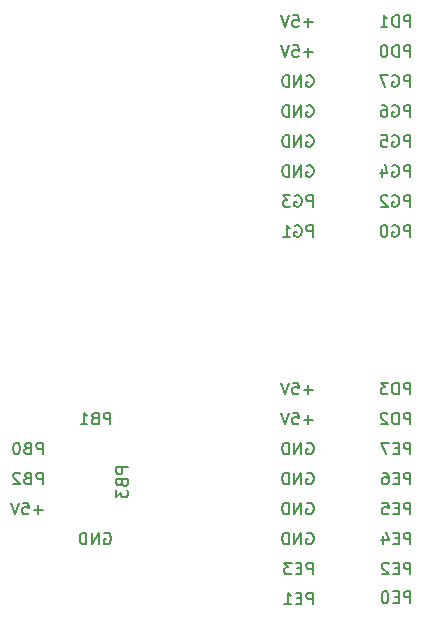
<source format=gbr>
%TF.GenerationSoftware,KiCad,Pcbnew,8.0.1*%
%TF.CreationDate,2024-04-20T11:28:48-04:00*%
%TF.ProjectId,Bridge_Controller,42726964-6765-45f4-936f-6e74726f6c6c,v1.0*%
%TF.SameCoordinates,Original*%
%TF.FileFunction,Legend,Bot*%
%TF.FilePolarity,Positive*%
%FSLAX46Y46*%
G04 Gerber Fmt 4.6, Leading zero omitted, Abs format (unit mm)*
G04 Created by KiCad (PCBNEW 8.0.1) date 2024-04-20 11:28:48*
%MOMM*%
%LPD*%
G01*
G04 APERTURE LIST*
%ADD10C,0.150000*%
G04 APERTURE END LIST*
D10*
X79673220Y-60194819D02*
X79673220Y-59194819D01*
X79673220Y-59194819D02*
X79292268Y-59194819D01*
X79292268Y-59194819D02*
X79197030Y-59242438D01*
X79197030Y-59242438D02*
X79149411Y-59290057D01*
X79149411Y-59290057D02*
X79101792Y-59385295D01*
X79101792Y-59385295D02*
X79101792Y-59528152D01*
X79101792Y-59528152D02*
X79149411Y-59623390D01*
X79149411Y-59623390D02*
X79197030Y-59671009D01*
X79197030Y-59671009D02*
X79292268Y-59718628D01*
X79292268Y-59718628D02*
X79673220Y-59718628D01*
X78673220Y-60194819D02*
X78673220Y-59194819D01*
X78673220Y-59194819D02*
X78435125Y-59194819D01*
X78435125Y-59194819D02*
X78292268Y-59242438D01*
X78292268Y-59242438D02*
X78197030Y-59337676D01*
X78197030Y-59337676D02*
X78149411Y-59432914D01*
X78149411Y-59432914D02*
X78101792Y-59623390D01*
X78101792Y-59623390D02*
X78101792Y-59766247D01*
X78101792Y-59766247D02*
X78149411Y-59956723D01*
X78149411Y-59956723D02*
X78197030Y-60051961D01*
X78197030Y-60051961D02*
X78292268Y-60147200D01*
X78292268Y-60147200D02*
X78435125Y-60194819D01*
X78435125Y-60194819D02*
X78673220Y-60194819D01*
X77768458Y-59194819D02*
X77149411Y-59194819D01*
X77149411Y-59194819D02*
X77482744Y-59575771D01*
X77482744Y-59575771D02*
X77339887Y-59575771D01*
X77339887Y-59575771D02*
X77244649Y-59623390D01*
X77244649Y-59623390D02*
X77197030Y-59671009D01*
X77197030Y-59671009D02*
X77149411Y-59766247D01*
X77149411Y-59766247D02*
X77149411Y-60004342D01*
X77149411Y-60004342D02*
X77197030Y-60099580D01*
X77197030Y-60099580D02*
X77244649Y-60147200D01*
X77244649Y-60147200D02*
X77339887Y-60194819D01*
X77339887Y-60194819D02*
X77625601Y-60194819D01*
X77625601Y-60194819D02*
X77720839Y-60147200D01*
X77720839Y-60147200D02*
X77768458Y-60099580D01*
X71418220Y-59813866D02*
X70656316Y-59813866D01*
X71037268Y-60194819D02*
X71037268Y-59432914D01*
X69703935Y-59194819D02*
X70180125Y-59194819D01*
X70180125Y-59194819D02*
X70227744Y-59671009D01*
X70227744Y-59671009D02*
X70180125Y-59623390D01*
X70180125Y-59623390D02*
X70084887Y-59575771D01*
X70084887Y-59575771D02*
X69846792Y-59575771D01*
X69846792Y-59575771D02*
X69751554Y-59623390D01*
X69751554Y-59623390D02*
X69703935Y-59671009D01*
X69703935Y-59671009D02*
X69656316Y-59766247D01*
X69656316Y-59766247D02*
X69656316Y-60004342D01*
X69656316Y-60004342D02*
X69703935Y-60099580D01*
X69703935Y-60099580D02*
X69751554Y-60147200D01*
X69751554Y-60147200D02*
X69846792Y-60194819D01*
X69846792Y-60194819D02*
X70084887Y-60194819D01*
X70084887Y-60194819D02*
X70180125Y-60147200D01*
X70180125Y-60147200D02*
X70227744Y-60099580D01*
X69370601Y-59194819D02*
X69037268Y-60194819D01*
X69037268Y-60194819D02*
X68703935Y-59194819D01*
X79673220Y-65274819D02*
X79673220Y-64274819D01*
X79673220Y-64274819D02*
X79292268Y-64274819D01*
X79292268Y-64274819D02*
X79197030Y-64322438D01*
X79197030Y-64322438D02*
X79149411Y-64370057D01*
X79149411Y-64370057D02*
X79101792Y-64465295D01*
X79101792Y-64465295D02*
X79101792Y-64608152D01*
X79101792Y-64608152D02*
X79149411Y-64703390D01*
X79149411Y-64703390D02*
X79197030Y-64751009D01*
X79197030Y-64751009D02*
X79292268Y-64798628D01*
X79292268Y-64798628D02*
X79673220Y-64798628D01*
X78673220Y-64751009D02*
X78339887Y-64751009D01*
X78197030Y-65274819D02*
X78673220Y-65274819D01*
X78673220Y-65274819D02*
X78673220Y-64274819D01*
X78673220Y-64274819D02*
X78197030Y-64274819D01*
X77863696Y-64274819D02*
X77197030Y-64274819D01*
X77197030Y-64274819D02*
X77625601Y-65274819D01*
X71418220Y-46859819D02*
X71418220Y-45859819D01*
X71418220Y-45859819D02*
X71037268Y-45859819D01*
X71037268Y-45859819D02*
X70942030Y-45907438D01*
X70942030Y-45907438D02*
X70894411Y-45955057D01*
X70894411Y-45955057D02*
X70846792Y-46050295D01*
X70846792Y-46050295D02*
X70846792Y-46193152D01*
X70846792Y-46193152D02*
X70894411Y-46288390D01*
X70894411Y-46288390D02*
X70942030Y-46336009D01*
X70942030Y-46336009D02*
X71037268Y-46383628D01*
X71037268Y-46383628D02*
X71418220Y-46383628D01*
X69894411Y-45907438D02*
X69989649Y-45859819D01*
X69989649Y-45859819D02*
X70132506Y-45859819D01*
X70132506Y-45859819D02*
X70275363Y-45907438D01*
X70275363Y-45907438D02*
X70370601Y-46002676D01*
X70370601Y-46002676D02*
X70418220Y-46097914D01*
X70418220Y-46097914D02*
X70465839Y-46288390D01*
X70465839Y-46288390D02*
X70465839Y-46431247D01*
X70465839Y-46431247D02*
X70418220Y-46621723D01*
X70418220Y-46621723D02*
X70370601Y-46716961D01*
X70370601Y-46716961D02*
X70275363Y-46812200D01*
X70275363Y-46812200D02*
X70132506Y-46859819D01*
X70132506Y-46859819D02*
X70037268Y-46859819D01*
X70037268Y-46859819D02*
X69894411Y-46812200D01*
X69894411Y-46812200D02*
X69846792Y-46764580D01*
X69846792Y-46764580D02*
X69846792Y-46431247D01*
X69846792Y-46431247D02*
X70037268Y-46431247D01*
X68894411Y-46859819D02*
X69465839Y-46859819D01*
X69180125Y-46859819D02*
X69180125Y-45859819D01*
X69180125Y-45859819D02*
X69275363Y-46002676D01*
X69275363Y-46002676D02*
X69370601Y-46097914D01*
X69370601Y-46097914D02*
X69465839Y-46145533D01*
X79673220Y-62734819D02*
X79673220Y-61734819D01*
X79673220Y-61734819D02*
X79292268Y-61734819D01*
X79292268Y-61734819D02*
X79197030Y-61782438D01*
X79197030Y-61782438D02*
X79149411Y-61830057D01*
X79149411Y-61830057D02*
X79101792Y-61925295D01*
X79101792Y-61925295D02*
X79101792Y-62068152D01*
X79101792Y-62068152D02*
X79149411Y-62163390D01*
X79149411Y-62163390D02*
X79197030Y-62211009D01*
X79197030Y-62211009D02*
X79292268Y-62258628D01*
X79292268Y-62258628D02*
X79673220Y-62258628D01*
X78673220Y-62734819D02*
X78673220Y-61734819D01*
X78673220Y-61734819D02*
X78435125Y-61734819D01*
X78435125Y-61734819D02*
X78292268Y-61782438D01*
X78292268Y-61782438D02*
X78197030Y-61877676D01*
X78197030Y-61877676D02*
X78149411Y-61972914D01*
X78149411Y-61972914D02*
X78101792Y-62163390D01*
X78101792Y-62163390D02*
X78101792Y-62306247D01*
X78101792Y-62306247D02*
X78149411Y-62496723D01*
X78149411Y-62496723D02*
X78197030Y-62591961D01*
X78197030Y-62591961D02*
X78292268Y-62687200D01*
X78292268Y-62687200D02*
X78435125Y-62734819D01*
X78435125Y-62734819D02*
X78673220Y-62734819D01*
X77720839Y-61830057D02*
X77673220Y-61782438D01*
X77673220Y-61782438D02*
X77577982Y-61734819D01*
X77577982Y-61734819D02*
X77339887Y-61734819D01*
X77339887Y-61734819D02*
X77244649Y-61782438D01*
X77244649Y-61782438D02*
X77197030Y-61830057D01*
X77197030Y-61830057D02*
X77149411Y-61925295D01*
X77149411Y-61925295D02*
X77149411Y-62020533D01*
X77149411Y-62020533D02*
X77197030Y-62163390D01*
X77197030Y-62163390D02*
X77768458Y-62734819D01*
X77768458Y-62734819D02*
X77149411Y-62734819D01*
X54273220Y-62734819D02*
X54273220Y-61734819D01*
X54273220Y-61734819D02*
X53892268Y-61734819D01*
X53892268Y-61734819D02*
X53797030Y-61782438D01*
X53797030Y-61782438D02*
X53749411Y-61830057D01*
X53749411Y-61830057D02*
X53701792Y-61925295D01*
X53701792Y-61925295D02*
X53701792Y-62068152D01*
X53701792Y-62068152D02*
X53749411Y-62163390D01*
X53749411Y-62163390D02*
X53797030Y-62211009D01*
X53797030Y-62211009D02*
X53892268Y-62258628D01*
X53892268Y-62258628D02*
X54273220Y-62258628D01*
X52939887Y-62211009D02*
X52797030Y-62258628D01*
X52797030Y-62258628D02*
X52749411Y-62306247D01*
X52749411Y-62306247D02*
X52701792Y-62401485D01*
X52701792Y-62401485D02*
X52701792Y-62544342D01*
X52701792Y-62544342D02*
X52749411Y-62639580D01*
X52749411Y-62639580D02*
X52797030Y-62687200D01*
X52797030Y-62687200D02*
X52892268Y-62734819D01*
X52892268Y-62734819D02*
X53273220Y-62734819D01*
X53273220Y-62734819D02*
X53273220Y-61734819D01*
X53273220Y-61734819D02*
X52939887Y-61734819D01*
X52939887Y-61734819D02*
X52844649Y-61782438D01*
X52844649Y-61782438D02*
X52797030Y-61830057D01*
X52797030Y-61830057D02*
X52749411Y-61925295D01*
X52749411Y-61925295D02*
X52749411Y-62020533D01*
X52749411Y-62020533D02*
X52797030Y-62115771D01*
X52797030Y-62115771D02*
X52844649Y-62163390D01*
X52844649Y-62163390D02*
X52939887Y-62211009D01*
X52939887Y-62211009D02*
X53273220Y-62211009D01*
X51749411Y-62734819D02*
X52320839Y-62734819D01*
X52035125Y-62734819D02*
X52035125Y-61734819D01*
X52035125Y-61734819D02*
X52130363Y-61877676D01*
X52130363Y-61877676D02*
X52225601Y-61972914D01*
X52225601Y-61972914D02*
X52320839Y-62020533D01*
X79673220Y-44319819D02*
X79673220Y-43319819D01*
X79673220Y-43319819D02*
X79292268Y-43319819D01*
X79292268Y-43319819D02*
X79197030Y-43367438D01*
X79197030Y-43367438D02*
X79149411Y-43415057D01*
X79149411Y-43415057D02*
X79101792Y-43510295D01*
X79101792Y-43510295D02*
X79101792Y-43653152D01*
X79101792Y-43653152D02*
X79149411Y-43748390D01*
X79149411Y-43748390D02*
X79197030Y-43796009D01*
X79197030Y-43796009D02*
X79292268Y-43843628D01*
X79292268Y-43843628D02*
X79673220Y-43843628D01*
X78149411Y-43367438D02*
X78244649Y-43319819D01*
X78244649Y-43319819D02*
X78387506Y-43319819D01*
X78387506Y-43319819D02*
X78530363Y-43367438D01*
X78530363Y-43367438D02*
X78625601Y-43462676D01*
X78625601Y-43462676D02*
X78673220Y-43557914D01*
X78673220Y-43557914D02*
X78720839Y-43748390D01*
X78720839Y-43748390D02*
X78720839Y-43891247D01*
X78720839Y-43891247D02*
X78673220Y-44081723D01*
X78673220Y-44081723D02*
X78625601Y-44176961D01*
X78625601Y-44176961D02*
X78530363Y-44272200D01*
X78530363Y-44272200D02*
X78387506Y-44319819D01*
X78387506Y-44319819D02*
X78292268Y-44319819D01*
X78292268Y-44319819D02*
X78149411Y-44272200D01*
X78149411Y-44272200D02*
X78101792Y-44224580D01*
X78101792Y-44224580D02*
X78101792Y-43891247D01*
X78101792Y-43891247D02*
X78292268Y-43891247D01*
X77720839Y-43415057D02*
X77673220Y-43367438D01*
X77673220Y-43367438D02*
X77577982Y-43319819D01*
X77577982Y-43319819D02*
X77339887Y-43319819D01*
X77339887Y-43319819D02*
X77244649Y-43367438D01*
X77244649Y-43367438D02*
X77197030Y-43415057D01*
X77197030Y-43415057D02*
X77149411Y-43510295D01*
X77149411Y-43510295D02*
X77149411Y-43605533D01*
X77149411Y-43605533D02*
X77197030Y-43748390D01*
X77197030Y-43748390D02*
X77768458Y-44319819D01*
X77768458Y-44319819D02*
X77149411Y-44319819D01*
X71418220Y-77974819D02*
X71418220Y-76974819D01*
X71418220Y-76974819D02*
X71037268Y-76974819D01*
X71037268Y-76974819D02*
X70942030Y-77022438D01*
X70942030Y-77022438D02*
X70894411Y-77070057D01*
X70894411Y-77070057D02*
X70846792Y-77165295D01*
X70846792Y-77165295D02*
X70846792Y-77308152D01*
X70846792Y-77308152D02*
X70894411Y-77403390D01*
X70894411Y-77403390D02*
X70942030Y-77451009D01*
X70942030Y-77451009D02*
X71037268Y-77498628D01*
X71037268Y-77498628D02*
X71418220Y-77498628D01*
X70418220Y-77451009D02*
X70084887Y-77451009D01*
X69942030Y-77974819D02*
X70418220Y-77974819D01*
X70418220Y-77974819D02*
X70418220Y-76974819D01*
X70418220Y-76974819D02*
X69942030Y-76974819D01*
X68989649Y-77974819D02*
X69561077Y-77974819D01*
X69275363Y-77974819D02*
X69275363Y-76974819D01*
X69275363Y-76974819D02*
X69370601Y-77117676D01*
X69370601Y-77117676D02*
X69465839Y-77212914D01*
X69465839Y-77212914D02*
X69561077Y-77260533D01*
X55749819Y-66376779D02*
X54749819Y-66376779D01*
X54749819Y-66376779D02*
X54749819Y-66757731D01*
X54749819Y-66757731D02*
X54797438Y-66852969D01*
X54797438Y-66852969D02*
X54845057Y-66900588D01*
X54845057Y-66900588D02*
X54940295Y-66948207D01*
X54940295Y-66948207D02*
X55083152Y-66948207D01*
X55083152Y-66948207D02*
X55178390Y-66900588D01*
X55178390Y-66900588D02*
X55226009Y-66852969D01*
X55226009Y-66852969D02*
X55273628Y-66757731D01*
X55273628Y-66757731D02*
X55273628Y-66376779D01*
X55226009Y-67710112D02*
X55273628Y-67852969D01*
X55273628Y-67852969D02*
X55321247Y-67900588D01*
X55321247Y-67900588D02*
X55416485Y-67948207D01*
X55416485Y-67948207D02*
X55559342Y-67948207D01*
X55559342Y-67948207D02*
X55654580Y-67900588D01*
X55654580Y-67900588D02*
X55702200Y-67852969D01*
X55702200Y-67852969D02*
X55749819Y-67757731D01*
X55749819Y-67757731D02*
X55749819Y-67376779D01*
X55749819Y-67376779D02*
X54749819Y-67376779D01*
X54749819Y-67376779D02*
X54749819Y-67710112D01*
X54749819Y-67710112D02*
X54797438Y-67805350D01*
X54797438Y-67805350D02*
X54845057Y-67852969D01*
X54845057Y-67852969D02*
X54940295Y-67900588D01*
X54940295Y-67900588D02*
X55035533Y-67900588D01*
X55035533Y-67900588D02*
X55130771Y-67852969D01*
X55130771Y-67852969D02*
X55178390Y-67805350D01*
X55178390Y-67805350D02*
X55226009Y-67710112D01*
X55226009Y-67710112D02*
X55226009Y-67376779D01*
X54749819Y-68281541D02*
X54749819Y-68900588D01*
X54749819Y-68900588D02*
X55130771Y-68567255D01*
X55130771Y-68567255D02*
X55130771Y-68710112D01*
X55130771Y-68710112D02*
X55178390Y-68805350D01*
X55178390Y-68805350D02*
X55226009Y-68852969D01*
X55226009Y-68852969D02*
X55321247Y-68900588D01*
X55321247Y-68900588D02*
X55559342Y-68900588D01*
X55559342Y-68900588D02*
X55654580Y-68852969D01*
X55654580Y-68852969D02*
X55702200Y-68805350D01*
X55702200Y-68805350D02*
X55749819Y-68710112D01*
X55749819Y-68710112D02*
X55749819Y-68424398D01*
X55749819Y-68424398D02*
X55702200Y-68329160D01*
X55702200Y-68329160D02*
X55654580Y-68281541D01*
X48558220Y-69973866D02*
X47796316Y-69973866D01*
X48177268Y-70354819D02*
X48177268Y-69592914D01*
X46843935Y-69354819D02*
X47320125Y-69354819D01*
X47320125Y-69354819D02*
X47367744Y-69831009D01*
X47367744Y-69831009D02*
X47320125Y-69783390D01*
X47320125Y-69783390D02*
X47224887Y-69735771D01*
X47224887Y-69735771D02*
X46986792Y-69735771D01*
X46986792Y-69735771D02*
X46891554Y-69783390D01*
X46891554Y-69783390D02*
X46843935Y-69831009D01*
X46843935Y-69831009D02*
X46796316Y-69926247D01*
X46796316Y-69926247D02*
X46796316Y-70164342D01*
X46796316Y-70164342D02*
X46843935Y-70259580D01*
X46843935Y-70259580D02*
X46891554Y-70307200D01*
X46891554Y-70307200D02*
X46986792Y-70354819D01*
X46986792Y-70354819D02*
X47224887Y-70354819D01*
X47224887Y-70354819D02*
X47320125Y-70307200D01*
X47320125Y-70307200D02*
X47367744Y-70259580D01*
X46510601Y-69354819D02*
X46177268Y-70354819D01*
X46177268Y-70354819D02*
X45843935Y-69354819D01*
X71418220Y-75434819D02*
X71418220Y-74434819D01*
X71418220Y-74434819D02*
X71037268Y-74434819D01*
X71037268Y-74434819D02*
X70942030Y-74482438D01*
X70942030Y-74482438D02*
X70894411Y-74530057D01*
X70894411Y-74530057D02*
X70846792Y-74625295D01*
X70846792Y-74625295D02*
X70846792Y-74768152D01*
X70846792Y-74768152D02*
X70894411Y-74863390D01*
X70894411Y-74863390D02*
X70942030Y-74911009D01*
X70942030Y-74911009D02*
X71037268Y-74958628D01*
X71037268Y-74958628D02*
X71418220Y-74958628D01*
X70418220Y-74911009D02*
X70084887Y-74911009D01*
X69942030Y-75434819D02*
X70418220Y-75434819D01*
X70418220Y-75434819D02*
X70418220Y-74434819D01*
X70418220Y-74434819D02*
X69942030Y-74434819D01*
X69608696Y-74434819D02*
X68989649Y-74434819D01*
X68989649Y-74434819D02*
X69322982Y-74815771D01*
X69322982Y-74815771D02*
X69180125Y-74815771D01*
X69180125Y-74815771D02*
X69084887Y-74863390D01*
X69084887Y-74863390D02*
X69037268Y-74911009D01*
X69037268Y-74911009D02*
X68989649Y-75006247D01*
X68989649Y-75006247D02*
X68989649Y-75244342D01*
X68989649Y-75244342D02*
X69037268Y-75339580D01*
X69037268Y-75339580D02*
X69084887Y-75387200D01*
X69084887Y-75387200D02*
X69180125Y-75434819D01*
X69180125Y-75434819D02*
X69465839Y-75434819D01*
X69465839Y-75434819D02*
X69561077Y-75387200D01*
X69561077Y-75387200D02*
X69608696Y-75339580D01*
X79673220Y-36699819D02*
X79673220Y-35699819D01*
X79673220Y-35699819D02*
X79292268Y-35699819D01*
X79292268Y-35699819D02*
X79197030Y-35747438D01*
X79197030Y-35747438D02*
X79149411Y-35795057D01*
X79149411Y-35795057D02*
X79101792Y-35890295D01*
X79101792Y-35890295D02*
X79101792Y-36033152D01*
X79101792Y-36033152D02*
X79149411Y-36128390D01*
X79149411Y-36128390D02*
X79197030Y-36176009D01*
X79197030Y-36176009D02*
X79292268Y-36223628D01*
X79292268Y-36223628D02*
X79673220Y-36223628D01*
X78149411Y-35747438D02*
X78244649Y-35699819D01*
X78244649Y-35699819D02*
X78387506Y-35699819D01*
X78387506Y-35699819D02*
X78530363Y-35747438D01*
X78530363Y-35747438D02*
X78625601Y-35842676D01*
X78625601Y-35842676D02*
X78673220Y-35937914D01*
X78673220Y-35937914D02*
X78720839Y-36128390D01*
X78720839Y-36128390D02*
X78720839Y-36271247D01*
X78720839Y-36271247D02*
X78673220Y-36461723D01*
X78673220Y-36461723D02*
X78625601Y-36556961D01*
X78625601Y-36556961D02*
X78530363Y-36652200D01*
X78530363Y-36652200D02*
X78387506Y-36699819D01*
X78387506Y-36699819D02*
X78292268Y-36699819D01*
X78292268Y-36699819D02*
X78149411Y-36652200D01*
X78149411Y-36652200D02*
X78101792Y-36604580D01*
X78101792Y-36604580D02*
X78101792Y-36271247D01*
X78101792Y-36271247D02*
X78292268Y-36271247D01*
X77244649Y-35699819D02*
X77435125Y-35699819D01*
X77435125Y-35699819D02*
X77530363Y-35747438D01*
X77530363Y-35747438D02*
X77577982Y-35795057D01*
X77577982Y-35795057D02*
X77673220Y-35937914D01*
X77673220Y-35937914D02*
X77720839Y-36128390D01*
X77720839Y-36128390D02*
X77720839Y-36509342D01*
X77720839Y-36509342D02*
X77673220Y-36604580D01*
X77673220Y-36604580D02*
X77625601Y-36652200D01*
X77625601Y-36652200D02*
X77530363Y-36699819D01*
X77530363Y-36699819D02*
X77339887Y-36699819D01*
X77339887Y-36699819D02*
X77244649Y-36652200D01*
X77244649Y-36652200D02*
X77197030Y-36604580D01*
X77197030Y-36604580D02*
X77149411Y-36509342D01*
X77149411Y-36509342D02*
X77149411Y-36271247D01*
X77149411Y-36271247D02*
X77197030Y-36176009D01*
X77197030Y-36176009D02*
X77244649Y-36128390D01*
X77244649Y-36128390D02*
X77339887Y-36080771D01*
X77339887Y-36080771D02*
X77530363Y-36080771D01*
X77530363Y-36080771D02*
X77625601Y-36128390D01*
X77625601Y-36128390D02*
X77673220Y-36176009D01*
X77673220Y-36176009D02*
X77720839Y-36271247D01*
X70894411Y-69402438D02*
X70989649Y-69354819D01*
X70989649Y-69354819D02*
X71132506Y-69354819D01*
X71132506Y-69354819D02*
X71275363Y-69402438D01*
X71275363Y-69402438D02*
X71370601Y-69497676D01*
X71370601Y-69497676D02*
X71418220Y-69592914D01*
X71418220Y-69592914D02*
X71465839Y-69783390D01*
X71465839Y-69783390D02*
X71465839Y-69926247D01*
X71465839Y-69926247D02*
X71418220Y-70116723D01*
X71418220Y-70116723D02*
X71370601Y-70211961D01*
X71370601Y-70211961D02*
X71275363Y-70307200D01*
X71275363Y-70307200D02*
X71132506Y-70354819D01*
X71132506Y-70354819D02*
X71037268Y-70354819D01*
X71037268Y-70354819D02*
X70894411Y-70307200D01*
X70894411Y-70307200D02*
X70846792Y-70259580D01*
X70846792Y-70259580D02*
X70846792Y-69926247D01*
X70846792Y-69926247D02*
X71037268Y-69926247D01*
X70418220Y-70354819D02*
X70418220Y-69354819D01*
X70418220Y-69354819D02*
X69846792Y-70354819D01*
X69846792Y-70354819D02*
X69846792Y-69354819D01*
X69370601Y-70354819D02*
X69370601Y-69354819D01*
X69370601Y-69354819D02*
X69132506Y-69354819D01*
X69132506Y-69354819D02*
X68989649Y-69402438D01*
X68989649Y-69402438D02*
X68894411Y-69497676D01*
X68894411Y-69497676D02*
X68846792Y-69592914D01*
X68846792Y-69592914D02*
X68799173Y-69783390D01*
X68799173Y-69783390D02*
X68799173Y-69926247D01*
X68799173Y-69926247D02*
X68846792Y-70116723D01*
X68846792Y-70116723D02*
X68894411Y-70211961D01*
X68894411Y-70211961D02*
X68989649Y-70307200D01*
X68989649Y-70307200D02*
X69132506Y-70354819D01*
X69132506Y-70354819D02*
X69370601Y-70354819D01*
X70894411Y-35747438D02*
X70989649Y-35699819D01*
X70989649Y-35699819D02*
X71132506Y-35699819D01*
X71132506Y-35699819D02*
X71275363Y-35747438D01*
X71275363Y-35747438D02*
X71370601Y-35842676D01*
X71370601Y-35842676D02*
X71418220Y-35937914D01*
X71418220Y-35937914D02*
X71465839Y-36128390D01*
X71465839Y-36128390D02*
X71465839Y-36271247D01*
X71465839Y-36271247D02*
X71418220Y-36461723D01*
X71418220Y-36461723D02*
X71370601Y-36556961D01*
X71370601Y-36556961D02*
X71275363Y-36652200D01*
X71275363Y-36652200D02*
X71132506Y-36699819D01*
X71132506Y-36699819D02*
X71037268Y-36699819D01*
X71037268Y-36699819D02*
X70894411Y-36652200D01*
X70894411Y-36652200D02*
X70846792Y-36604580D01*
X70846792Y-36604580D02*
X70846792Y-36271247D01*
X70846792Y-36271247D02*
X71037268Y-36271247D01*
X70418220Y-36699819D02*
X70418220Y-35699819D01*
X70418220Y-35699819D02*
X69846792Y-36699819D01*
X69846792Y-36699819D02*
X69846792Y-35699819D01*
X69370601Y-36699819D02*
X69370601Y-35699819D01*
X69370601Y-35699819D02*
X69132506Y-35699819D01*
X69132506Y-35699819D02*
X68989649Y-35747438D01*
X68989649Y-35747438D02*
X68894411Y-35842676D01*
X68894411Y-35842676D02*
X68846792Y-35937914D01*
X68846792Y-35937914D02*
X68799173Y-36128390D01*
X68799173Y-36128390D02*
X68799173Y-36271247D01*
X68799173Y-36271247D02*
X68846792Y-36461723D01*
X68846792Y-36461723D02*
X68894411Y-36556961D01*
X68894411Y-36556961D02*
X68989649Y-36652200D01*
X68989649Y-36652200D02*
X69132506Y-36699819D01*
X69132506Y-36699819D02*
X69370601Y-36699819D01*
X71418220Y-28698866D02*
X70656316Y-28698866D01*
X71037268Y-29079819D02*
X71037268Y-28317914D01*
X69703935Y-28079819D02*
X70180125Y-28079819D01*
X70180125Y-28079819D02*
X70227744Y-28556009D01*
X70227744Y-28556009D02*
X70180125Y-28508390D01*
X70180125Y-28508390D02*
X70084887Y-28460771D01*
X70084887Y-28460771D02*
X69846792Y-28460771D01*
X69846792Y-28460771D02*
X69751554Y-28508390D01*
X69751554Y-28508390D02*
X69703935Y-28556009D01*
X69703935Y-28556009D02*
X69656316Y-28651247D01*
X69656316Y-28651247D02*
X69656316Y-28889342D01*
X69656316Y-28889342D02*
X69703935Y-28984580D01*
X69703935Y-28984580D02*
X69751554Y-29032200D01*
X69751554Y-29032200D02*
X69846792Y-29079819D01*
X69846792Y-29079819D02*
X70084887Y-29079819D01*
X70084887Y-29079819D02*
X70180125Y-29032200D01*
X70180125Y-29032200D02*
X70227744Y-28984580D01*
X69370601Y-28079819D02*
X69037268Y-29079819D01*
X69037268Y-29079819D02*
X68703935Y-28079819D01*
X79673220Y-67814819D02*
X79673220Y-66814819D01*
X79673220Y-66814819D02*
X79292268Y-66814819D01*
X79292268Y-66814819D02*
X79197030Y-66862438D01*
X79197030Y-66862438D02*
X79149411Y-66910057D01*
X79149411Y-66910057D02*
X79101792Y-67005295D01*
X79101792Y-67005295D02*
X79101792Y-67148152D01*
X79101792Y-67148152D02*
X79149411Y-67243390D01*
X79149411Y-67243390D02*
X79197030Y-67291009D01*
X79197030Y-67291009D02*
X79292268Y-67338628D01*
X79292268Y-67338628D02*
X79673220Y-67338628D01*
X78673220Y-67291009D02*
X78339887Y-67291009D01*
X78197030Y-67814819D02*
X78673220Y-67814819D01*
X78673220Y-67814819D02*
X78673220Y-66814819D01*
X78673220Y-66814819D02*
X78197030Y-66814819D01*
X77339887Y-66814819D02*
X77530363Y-66814819D01*
X77530363Y-66814819D02*
X77625601Y-66862438D01*
X77625601Y-66862438D02*
X77673220Y-66910057D01*
X77673220Y-66910057D02*
X77768458Y-67052914D01*
X77768458Y-67052914D02*
X77816077Y-67243390D01*
X77816077Y-67243390D02*
X77816077Y-67624342D01*
X77816077Y-67624342D02*
X77768458Y-67719580D01*
X77768458Y-67719580D02*
X77720839Y-67767200D01*
X77720839Y-67767200D02*
X77625601Y-67814819D01*
X77625601Y-67814819D02*
X77435125Y-67814819D01*
X77435125Y-67814819D02*
X77339887Y-67767200D01*
X77339887Y-67767200D02*
X77292268Y-67719580D01*
X77292268Y-67719580D02*
X77244649Y-67624342D01*
X77244649Y-67624342D02*
X77244649Y-67386247D01*
X77244649Y-67386247D02*
X77292268Y-67291009D01*
X77292268Y-67291009D02*
X77339887Y-67243390D01*
X77339887Y-67243390D02*
X77435125Y-67195771D01*
X77435125Y-67195771D02*
X77625601Y-67195771D01*
X77625601Y-67195771D02*
X77720839Y-67243390D01*
X77720839Y-67243390D02*
X77768458Y-67291009D01*
X77768458Y-67291009D02*
X77816077Y-67386247D01*
X79673220Y-72894819D02*
X79673220Y-71894819D01*
X79673220Y-71894819D02*
X79292268Y-71894819D01*
X79292268Y-71894819D02*
X79197030Y-71942438D01*
X79197030Y-71942438D02*
X79149411Y-71990057D01*
X79149411Y-71990057D02*
X79101792Y-72085295D01*
X79101792Y-72085295D02*
X79101792Y-72228152D01*
X79101792Y-72228152D02*
X79149411Y-72323390D01*
X79149411Y-72323390D02*
X79197030Y-72371009D01*
X79197030Y-72371009D02*
X79292268Y-72418628D01*
X79292268Y-72418628D02*
X79673220Y-72418628D01*
X78673220Y-72371009D02*
X78339887Y-72371009D01*
X78197030Y-72894819D02*
X78673220Y-72894819D01*
X78673220Y-72894819D02*
X78673220Y-71894819D01*
X78673220Y-71894819D02*
X78197030Y-71894819D01*
X77339887Y-72228152D02*
X77339887Y-72894819D01*
X77577982Y-71847200D02*
X77816077Y-72561485D01*
X77816077Y-72561485D02*
X77197030Y-72561485D01*
X79673220Y-46859819D02*
X79673220Y-45859819D01*
X79673220Y-45859819D02*
X79292268Y-45859819D01*
X79292268Y-45859819D02*
X79197030Y-45907438D01*
X79197030Y-45907438D02*
X79149411Y-45955057D01*
X79149411Y-45955057D02*
X79101792Y-46050295D01*
X79101792Y-46050295D02*
X79101792Y-46193152D01*
X79101792Y-46193152D02*
X79149411Y-46288390D01*
X79149411Y-46288390D02*
X79197030Y-46336009D01*
X79197030Y-46336009D02*
X79292268Y-46383628D01*
X79292268Y-46383628D02*
X79673220Y-46383628D01*
X78149411Y-45907438D02*
X78244649Y-45859819D01*
X78244649Y-45859819D02*
X78387506Y-45859819D01*
X78387506Y-45859819D02*
X78530363Y-45907438D01*
X78530363Y-45907438D02*
X78625601Y-46002676D01*
X78625601Y-46002676D02*
X78673220Y-46097914D01*
X78673220Y-46097914D02*
X78720839Y-46288390D01*
X78720839Y-46288390D02*
X78720839Y-46431247D01*
X78720839Y-46431247D02*
X78673220Y-46621723D01*
X78673220Y-46621723D02*
X78625601Y-46716961D01*
X78625601Y-46716961D02*
X78530363Y-46812200D01*
X78530363Y-46812200D02*
X78387506Y-46859819D01*
X78387506Y-46859819D02*
X78292268Y-46859819D01*
X78292268Y-46859819D02*
X78149411Y-46812200D01*
X78149411Y-46812200D02*
X78101792Y-46764580D01*
X78101792Y-46764580D02*
X78101792Y-46431247D01*
X78101792Y-46431247D02*
X78292268Y-46431247D01*
X77482744Y-45859819D02*
X77387506Y-45859819D01*
X77387506Y-45859819D02*
X77292268Y-45907438D01*
X77292268Y-45907438D02*
X77244649Y-45955057D01*
X77244649Y-45955057D02*
X77197030Y-46050295D01*
X77197030Y-46050295D02*
X77149411Y-46240771D01*
X77149411Y-46240771D02*
X77149411Y-46478866D01*
X77149411Y-46478866D02*
X77197030Y-46669342D01*
X77197030Y-46669342D02*
X77244649Y-46764580D01*
X77244649Y-46764580D02*
X77292268Y-46812200D01*
X77292268Y-46812200D02*
X77387506Y-46859819D01*
X77387506Y-46859819D02*
X77482744Y-46859819D01*
X77482744Y-46859819D02*
X77577982Y-46812200D01*
X77577982Y-46812200D02*
X77625601Y-46764580D01*
X77625601Y-46764580D02*
X77673220Y-46669342D01*
X77673220Y-46669342D02*
X77720839Y-46478866D01*
X77720839Y-46478866D02*
X77720839Y-46240771D01*
X77720839Y-46240771D02*
X77673220Y-46050295D01*
X77673220Y-46050295D02*
X77625601Y-45955057D01*
X77625601Y-45955057D02*
X77577982Y-45907438D01*
X77577982Y-45907438D02*
X77482744Y-45859819D01*
X71418220Y-31238866D02*
X70656316Y-31238866D01*
X71037268Y-31619819D02*
X71037268Y-30857914D01*
X69703935Y-30619819D02*
X70180125Y-30619819D01*
X70180125Y-30619819D02*
X70227744Y-31096009D01*
X70227744Y-31096009D02*
X70180125Y-31048390D01*
X70180125Y-31048390D02*
X70084887Y-31000771D01*
X70084887Y-31000771D02*
X69846792Y-31000771D01*
X69846792Y-31000771D02*
X69751554Y-31048390D01*
X69751554Y-31048390D02*
X69703935Y-31096009D01*
X69703935Y-31096009D02*
X69656316Y-31191247D01*
X69656316Y-31191247D02*
X69656316Y-31429342D01*
X69656316Y-31429342D02*
X69703935Y-31524580D01*
X69703935Y-31524580D02*
X69751554Y-31572200D01*
X69751554Y-31572200D02*
X69846792Y-31619819D01*
X69846792Y-31619819D02*
X70084887Y-31619819D01*
X70084887Y-31619819D02*
X70180125Y-31572200D01*
X70180125Y-31572200D02*
X70227744Y-31524580D01*
X69370601Y-30619819D02*
X69037268Y-31619819D01*
X69037268Y-31619819D02*
X68703935Y-30619819D01*
X79673220Y-31619819D02*
X79673220Y-30619819D01*
X79673220Y-30619819D02*
X79292268Y-30619819D01*
X79292268Y-30619819D02*
X79197030Y-30667438D01*
X79197030Y-30667438D02*
X79149411Y-30715057D01*
X79149411Y-30715057D02*
X79101792Y-30810295D01*
X79101792Y-30810295D02*
X79101792Y-30953152D01*
X79101792Y-30953152D02*
X79149411Y-31048390D01*
X79149411Y-31048390D02*
X79197030Y-31096009D01*
X79197030Y-31096009D02*
X79292268Y-31143628D01*
X79292268Y-31143628D02*
X79673220Y-31143628D01*
X78673220Y-31619819D02*
X78673220Y-30619819D01*
X78673220Y-30619819D02*
X78435125Y-30619819D01*
X78435125Y-30619819D02*
X78292268Y-30667438D01*
X78292268Y-30667438D02*
X78197030Y-30762676D01*
X78197030Y-30762676D02*
X78149411Y-30857914D01*
X78149411Y-30857914D02*
X78101792Y-31048390D01*
X78101792Y-31048390D02*
X78101792Y-31191247D01*
X78101792Y-31191247D02*
X78149411Y-31381723D01*
X78149411Y-31381723D02*
X78197030Y-31476961D01*
X78197030Y-31476961D02*
X78292268Y-31572200D01*
X78292268Y-31572200D02*
X78435125Y-31619819D01*
X78435125Y-31619819D02*
X78673220Y-31619819D01*
X77482744Y-30619819D02*
X77387506Y-30619819D01*
X77387506Y-30619819D02*
X77292268Y-30667438D01*
X77292268Y-30667438D02*
X77244649Y-30715057D01*
X77244649Y-30715057D02*
X77197030Y-30810295D01*
X77197030Y-30810295D02*
X77149411Y-31000771D01*
X77149411Y-31000771D02*
X77149411Y-31238866D01*
X77149411Y-31238866D02*
X77197030Y-31429342D01*
X77197030Y-31429342D02*
X77244649Y-31524580D01*
X77244649Y-31524580D02*
X77292268Y-31572200D01*
X77292268Y-31572200D02*
X77387506Y-31619819D01*
X77387506Y-31619819D02*
X77482744Y-31619819D01*
X77482744Y-31619819D02*
X77577982Y-31572200D01*
X77577982Y-31572200D02*
X77625601Y-31524580D01*
X77625601Y-31524580D02*
X77673220Y-31429342D01*
X77673220Y-31429342D02*
X77720839Y-31238866D01*
X77720839Y-31238866D02*
X77720839Y-31000771D01*
X77720839Y-31000771D02*
X77673220Y-30810295D01*
X77673220Y-30810295D02*
X77625601Y-30715057D01*
X77625601Y-30715057D02*
X77577982Y-30667438D01*
X77577982Y-30667438D02*
X77482744Y-30619819D01*
X79673220Y-29079819D02*
X79673220Y-28079819D01*
X79673220Y-28079819D02*
X79292268Y-28079819D01*
X79292268Y-28079819D02*
X79197030Y-28127438D01*
X79197030Y-28127438D02*
X79149411Y-28175057D01*
X79149411Y-28175057D02*
X79101792Y-28270295D01*
X79101792Y-28270295D02*
X79101792Y-28413152D01*
X79101792Y-28413152D02*
X79149411Y-28508390D01*
X79149411Y-28508390D02*
X79197030Y-28556009D01*
X79197030Y-28556009D02*
X79292268Y-28603628D01*
X79292268Y-28603628D02*
X79673220Y-28603628D01*
X78673220Y-29079819D02*
X78673220Y-28079819D01*
X78673220Y-28079819D02*
X78435125Y-28079819D01*
X78435125Y-28079819D02*
X78292268Y-28127438D01*
X78292268Y-28127438D02*
X78197030Y-28222676D01*
X78197030Y-28222676D02*
X78149411Y-28317914D01*
X78149411Y-28317914D02*
X78101792Y-28508390D01*
X78101792Y-28508390D02*
X78101792Y-28651247D01*
X78101792Y-28651247D02*
X78149411Y-28841723D01*
X78149411Y-28841723D02*
X78197030Y-28936961D01*
X78197030Y-28936961D02*
X78292268Y-29032200D01*
X78292268Y-29032200D02*
X78435125Y-29079819D01*
X78435125Y-29079819D02*
X78673220Y-29079819D01*
X77149411Y-29079819D02*
X77720839Y-29079819D01*
X77435125Y-29079819D02*
X77435125Y-28079819D01*
X77435125Y-28079819D02*
X77530363Y-28222676D01*
X77530363Y-28222676D02*
X77625601Y-28317914D01*
X77625601Y-28317914D02*
X77720839Y-28365533D01*
X70894411Y-33207438D02*
X70989649Y-33159819D01*
X70989649Y-33159819D02*
X71132506Y-33159819D01*
X71132506Y-33159819D02*
X71275363Y-33207438D01*
X71275363Y-33207438D02*
X71370601Y-33302676D01*
X71370601Y-33302676D02*
X71418220Y-33397914D01*
X71418220Y-33397914D02*
X71465839Y-33588390D01*
X71465839Y-33588390D02*
X71465839Y-33731247D01*
X71465839Y-33731247D02*
X71418220Y-33921723D01*
X71418220Y-33921723D02*
X71370601Y-34016961D01*
X71370601Y-34016961D02*
X71275363Y-34112200D01*
X71275363Y-34112200D02*
X71132506Y-34159819D01*
X71132506Y-34159819D02*
X71037268Y-34159819D01*
X71037268Y-34159819D02*
X70894411Y-34112200D01*
X70894411Y-34112200D02*
X70846792Y-34064580D01*
X70846792Y-34064580D02*
X70846792Y-33731247D01*
X70846792Y-33731247D02*
X71037268Y-33731247D01*
X70418220Y-34159819D02*
X70418220Y-33159819D01*
X70418220Y-33159819D02*
X69846792Y-34159819D01*
X69846792Y-34159819D02*
X69846792Y-33159819D01*
X69370601Y-34159819D02*
X69370601Y-33159819D01*
X69370601Y-33159819D02*
X69132506Y-33159819D01*
X69132506Y-33159819D02*
X68989649Y-33207438D01*
X68989649Y-33207438D02*
X68894411Y-33302676D01*
X68894411Y-33302676D02*
X68846792Y-33397914D01*
X68846792Y-33397914D02*
X68799173Y-33588390D01*
X68799173Y-33588390D02*
X68799173Y-33731247D01*
X68799173Y-33731247D02*
X68846792Y-33921723D01*
X68846792Y-33921723D02*
X68894411Y-34016961D01*
X68894411Y-34016961D02*
X68989649Y-34112200D01*
X68989649Y-34112200D02*
X69132506Y-34159819D01*
X69132506Y-34159819D02*
X69370601Y-34159819D01*
X53749411Y-71942438D02*
X53844649Y-71894819D01*
X53844649Y-71894819D02*
X53987506Y-71894819D01*
X53987506Y-71894819D02*
X54130363Y-71942438D01*
X54130363Y-71942438D02*
X54225601Y-72037676D01*
X54225601Y-72037676D02*
X54273220Y-72132914D01*
X54273220Y-72132914D02*
X54320839Y-72323390D01*
X54320839Y-72323390D02*
X54320839Y-72466247D01*
X54320839Y-72466247D02*
X54273220Y-72656723D01*
X54273220Y-72656723D02*
X54225601Y-72751961D01*
X54225601Y-72751961D02*
X54130363Y-72847200D01*
X54130363Y-72847200D02*
X53987506Y-72894819D01*
X53987506Y-72894819D02*
X53892268Y-72894819D01*
X53892268Y-72894819D02*
X53749411Y-72847200D01*
X53749411Y-72847200D02*
X53701792Y-72799580D01*
X53701792Y-72799580D02*
X53701792Y-72466247D01*
X53701792Y-72466247D02*
X53892268Y-72466247D01*
X53273220Y-72894819D02*
X53273220Y-71894819D01*
X53273220Y-71894819D02*
X52701792Y-72894819D01*
X52701792Y-72894819D02*
X52701792Y-71894819D01*
X52225601Y-72894819D02*
X52225601Y-71894819D01*
X52225601Y-71894819D02*
X51987506Y-71894819D01*
X51987506Y-71894819D02*
X51844649Y-71942438D01*
X51844649Y-71942438D02*
X51749411Y-72037676D01*
X51749411Y-72037676D02*
X51701792Y-72132914D01*
X51701792Y-72132914D02*
X51654173Y-72323390D01*
X51654173Y-72323390D02*
X51654173Y-72466247D01*
X51654173Y-72466247D02*
X51701792Y-72656723D01*
X51701792Y-72656723D02*
X51749411Y-72751961D01*
X51749411Y-72751961D02*
X51844649Y-72847200D01*
X51844649Y-72847200D02*
X51987506Y-72894819D01*
X51987506Y-72894819D02*
X52225601Y-72894819D01*
X79673220Y-70354819D02*
X79673220Y-69354819D01*
X79673220Y-69354819D02*
X79292268Y-69354819D01*
X79292268Y-69354819D02*
X79197030Y-69402438D01*
X79197030Y-69402438D02*
X79149411Y-69450057D01*
X79149411Y-69450057D02*
X79101792Y-69545295D01*
X79101792Y-69545295D02*
X79101792Y-69688152D01*
X79101792Y-69688152D02*
X79149411Y-69783390D01*
X79149411Y-69783390D02*
X79197030Y-69831009D01*
X79197030Y-69831009D02*
X79292268Y-69878628D01*
X79292268Y-69878628D02*
X79673220Y-69878628D01*
X78673220Y-69831009D02*
X78339887Y-69831009D01*
X78197030Y-70354819D02*
X78673220Y-70354819D01*
X78673220Y-70354819D02*
X78673220Y-69354819D01*
X78673220Y-69354819D02*
X78197030Y-69354819D01*
X77292268Y-69354819D02*
X77768458Y-69354819D01*
X77768458Y-69354819D02*
X77816077Y-69831009D01*
X77816077Y-69831009D02*
X77768458Y-69783390D01*
X77768458Y-69783390D02*
X77673220Y-69735771D01*
X77673220Y-69735771D02*
X77435125Y-69735771D01*
X77435125Y-69735771D02*
X77339887Y-69783390D01*
X77339887Y-69783390D02*
X77292268Y-69831009D01*
X77292268Y-69831009D02*
X77244649Y-69926247D01*
X77244649Y-69926247D02*
X77244649Y-70164342D01*
X77244649Y-70164342D02*
X77292268Y-70259580D01*
X77292268Y-70259580D02*
X77339887Y-70307200D01*
X77339887Y-70307200D02*
X77435125Y-70354819D01*
X77435125Y-70354819D02*
X77673220Y-70354819D01*
X77673220Y-70354819D02*
X77768458Y-70307200D01*
X77768458Y-70307200D02*
X77816077Y-70259580D01*
X48558220Y-65274819D02*
X48558220Y-64274819D01*
X48558220Y-64274819D02*
X48177268Y-64274819D01*
X48177268Y-64274819D02*
X48082030Y-64322438D01*
X48082030Y-64322438D02*
X48034411Y-64370057D01*
X48034411Y-64370057D02*
X47986792Y-64465295D01*
X47986792Y-64465295D02*
X47986792Y-64608152D01*
X47986792Y-64608152D02*
X48034411Y-64703390D01*
X48034411Y-64703390D02*
X48082030Y-64751009D01*
X48082030Y-64751009D02*
X48177268Y-64798628D01*
X48177268Y-64798628D02*
X48558220Y-64798628D01*
X47224887Y-64751009D02*
X47082030Y-64798628D01*
X47082030Y-64798628D02*
X47034411Y-64846247D01*
X47034411Y-64846247D02*
X46986792Y-64941485D01*
X46986792Y-64941485D02*
X46986792Y-65084342D01*
X46986792Y-65084342D02*
X47034411Y-65179580D01*
X47034411Y-65179580D02*
X47082030Y-65227200D01*
X47082030Y-65227200D02*
X47177268Y-65274819D01*
X47177268Y-65274819D02*
X47558220Y-65274819D01*
X47558220Y-65274819D02*
X47558220Y-64274819D01*
X47558220Y-64274819D02*
X47224887Y-64274819D01*
X47224887Y-64274819D02*
X47129649Y-64322438D01*
X47129649Y-64322438D02*
X47082030Y-64370057D01*
X47082030Y-64370057D02*
X47034411Y-64465295D01*
X47034411Y-64465295D02*
X47034411Y-64560533D01*
X47034411Y-64560533D02*
X47082030Y-64655771D01*
X47082030Y-64655771D02*
X47129649Y-64703390D01*
X47129649Y-64703390D02*
X47224887Y-64751009D01*
X47224887Y-64751009D02*
X47558220Y-64751009D01*
X46367744Y-64274819D02*
X46272506Y-64274819D01*
X46272506Y-64274819D02*
X46177268Y-64322438D01*
X46177268Y-64322438D02*
X46129649Y-64370057D01*
X46129649Y-64370057D02*
X46082030Y-64465295D01*
X46082030Y-64465295D02*
X46034411Y-64655771D01*
X46034411Y-64655771D02*
X46034411Y-64893866D01*
X46034411Y-64893866D02*
X46082030Y-65084342D01*
X46082030Y-65084342D02*
X46129649Y-65179580D01*
X46129649Y-65179580D02*
X46177268Y-65227200D01*
X46177268Y-65227200D02*
X46272506Y-65274819D01*
X46272506Y-65274819D02*
X46367744Y-65274819D01*
X46367744Y-65274819D02*
X46462982Y-65227200D01*
X46462982Y-65227200D02*
X46510601Y-65179580D01*
X46510601Y-65179580D02*
X46558220Y-65084342D01*
X46558220Y-65084342D02*
X46605839Y-64893866D01*
X46605839Y-64893866D02*
X46605839Y-64655771D01*
X46605839Y-64655771D02*
X46558220Y-64465295D01*
X46558220Y-64465295D02*
X46510601Y-64370057D01*
X46510601Y-64370057D02*
X46462982Y-64322438D01*
X46462982Y-64322438D02*
X46367744Y-64274819D01*
X79673220Y-75434819D02*
X79673220Y-74434819D01*
X79673220Y-74434819D02*
X79292268Y-74434819D01*
X79292268Y-74434819D02*
X79197030Y-74482438D01*
X79197030Y-74482438D02*
X79149411Y-74530057D01*
X79149411Y-74530057D02*
X79101792Y-74625295D01*
X79101792Y-74625295D02*
X79101792Y-74768152D01*
X79101792Y-74768152D02*
X79149411Y-74863390D01*
X79149411Y-74863390D02*
X79197030Y-74911009D01*
X79197030Y-74911009D02*
X79292268Y-74958628D01*
X79292268Y-74958628D02*
X79673220Y-74958628D01*
X78673220Y-74911009D02*
X78339887Y-74911009D01*
X78197030Y-75434819D02*
X78673220Y-75434819D01*
X78673220Y-75434819D02*
X78673220Y-74434819D01*
X78673220Y-74434819D02*
X78197030Y-74434819D01*
X77816077Y-74530057D02*
X77768458Y-74482438D01*
X77768458Y-74482438D02*
X77673220Y-74434819D01*
X77673220Y-74434819D02*
X77435125Y-74434819D01*
X77435125Y-74434819D02*
X77339887Y-74482438D01*
X77339887Y-74482438D02*
X77292268Y-74530057D01*
X77292268Y-74530057D02*
X77244649Y-74625295D01*
X77244649Y-74625295D02*
X77244649Y-74720533D01*
X77244649Y-74720533D02*
X77292268Y-74863390D01*
X77292268Y-74863390D02*
X77863696Y-75434819D01*
X77863696Y-75434819D02*
X77244649Y-75434819D01*
X70894411Y-71942438D02*
X70989649Y-71894819D01*
X70989649Y-71894819D02*
X71132506Y-71894819D01*
X71132506Y-71894819D02*
X71275363Y-71942438D01*
X71275363Y-71942438D02*
X71370601Y-72037676D01*
X71370601Y-72037676D02*
X71418220Y-72132914D01*
X71418220Y-72132914D02*
X71465839Y-72323390D01*
X71465839Y-72323390D02*
X71465839Y-72466247D01*
X71465839Y-72466247D02*
X71418220Y-72656723D01*
X71418220Y-72656723D02*
X71370601Y-72751961D01*
X71370601Y-72751961D02*
X71275363Y-72847200D01*
X71275363Y-72847200D02*
X71132506Y-72894819D01*
X71132506Y-72894819D02*
X71037268Y-72894819D01*
X71037268Y-72894819D02*
X70894411Y-72847200D01*
X70894411Y-72847200D02*
X70846792Y-72799580D01*
X70846792Y-72799580D02*
X70846792Y-72466247D01*
X70846792Y-72466247D02*
X71037268Y-72466247D01*
X70418220Y-72894819D02*
X70418220Y-71894819D01*
X70418220Y-71894819D02*
X69846792Y-72894819D01*
X69846792Y-72894819D02*
X69846792Y-71894819D01*
X69370601Y-72894819D02*
X69370601Y-71894819D01*
X69370601Y-71894819D02*
X69132506Y-71894819D01*
X69132506Y-71894819D02*
X68989649Y-71942438D01*
X68989649Y-71942438D02*
X68894411Y-72037676D01*
X68894411Y-72037676D02*
X68846792Y-72132914D01*
X68846792Y-72132914D02*
X68799173Y-72323390D01*
X68799173Y-72323390D02*
X68799173Y-72466247D01*
X68799173Y-72466247D02*
X68846792Y-72656723D01*
X68846792Y-72656723D02*
X68894411Y-72751961D01*
X68894411Y-72751961D02*
X68989649Y-72847200D01*
X68989649Y-72847200D02*
X69132506Y-72894819D01*
X69132506Y-72894819D02*
X69370601Y-72894819D01*
X79663220Y-77869819D02*
X79663220Y-76869819D01*
X79663220Y-76869819D02*
X79282268Y-76869819D01*
X79282268Y-76869819D02*
X79187030Y-76917438D01*
X79187030Y-76917438D02*
X79139411Y-76965057D01*
X79139411Y-76965057D02*
X79091792Y-77060295D01*
X79091792Y-77060295D02*
X79091792Y-77203152D01*
X79091792Y-77203152D02*
X79139411Y-77298390D01*
X79139411Y-77298390D02*
X79187030Y-77346009D01*
X79187030Y-77346009D02*
X79282268Y-77393628D01*
X79282268Y-77393628D02*
X79663220Y-77393628D01*
X78663220Y-77346009D02*
X78329887Y-77346009D01*
X78187030Y-77869819D02*
X78663220Y-77869819D01*
X78663220Y-77869819D02*
X78663220Y-76869819D01*
X78663220Y-76869819D02*
X78187030Y-76869819D01*
X77567982Y-76869819D02*
X77472744Y-76869819D01*
X77472744Y-76869819D02*
X77377506Y-76917438D01*
X77377506Y-76917438D02*
X77329887Y-76965057D01*
X77329887Y-76965057D02*
X77282268Y-77060295D01*
X77282268Y-77060295D02*
X77234649Y-77250771D01*
X77234649Y-77250771D02*
X77234649Y-77488866D01*
X77234649Y-77488866D02*
X77282268Y-77679342D01*
X77282268Y-77679342D02*
X77329887Y-77774580D01*
X77329887Y-77774580D02*
X77377506Y-77822200D01*
X77377506Y-77822200D02*
X77472744Y-77869819D01*
X77472744Y-77869819D02*
X77567982Y-77869819D01*
X77567982Y-77869819D02*
X77663220Y-77822200D01*
X77663220Y-77822200D02*
X77710839Y-77774580D01*
X77710839Y-77774580D02*
X77758458Y-77679342D01*
X77758458Y-77679342D02*
X77806077Y-77488866D01*
X77806077Y-77488866D02*
X77806077Y-77250771D01*
X77806077Y-77250771D02*
X77758458Y-77060295D01*
X77758458Y-77060295D02*
X77710839Y-76965057D01*
X77710839Y-76965057D02*
X77663220Y-76917438D01*
X77663220Y-76917438D02*
X77567982Y-76869819D01*
X79673220Y-41779819D02*
X79673220Y-40779819D01*
X79673220Y-40779819D02*
X79292268Y-40779819D01*
X79292268Y-40779819D02*
X79197030Y-40827438D01*
X79197030Y-40827438D02*
X79149411Y-40875057D01*
X79149411Y-40875057D02*
X79101792Y-40970295D01*
X79101792Y-40970295D02*
X79101792Y-41113152D01*
X79101792Y-41113152D02*
X79149411Y-41208390D01*
X79149411Y-41208390D02*
X79197030Y-41256009D01*
X79197030Y-41256009D02*
X79292268Y-41303628D01*
X79292268Y-41303628D02*
X79673220Y-41303628D01*
X78149411Y-40827438D02*
X78244649Y-40779819D01*
X78244649Y-40779819D02*
X78387506Y-40779819D01*
X78387506Y-40779819D02*
X78530363Y-40827438D01*
X78530363Y-40827438D02*
X78625601Y-40922676D01*
X78625601Y-40922676D02*
X78673220Y-41017914D01*
X78673220Y-41017914D02*
X78720839Y-41208390D01*
X78720839Y-41208390D02*
X78720839Y-41351247D01*
X78720839Y-41351247D02*
X78673220Y-41541723D01*
X78673220Y-41541723D02*
X78625601Y-41636961D01*
X78625601Y-41636961D02*
X78530363Y-41732200D01*
X78530363Y-41732200D02*
X78387506Y-41779819D01*
X78387506Y-41779819D02*
X78292268Y-41779819D01*
X78292268Y-41779819D02*
X78149411Y-41732200D01*
X78149411Y-41732200D02*
X78101792Y-41684580D01*
X78101792Y-41684580D02*
X78101792Y-41351247D01*
X78101792Y-41351247D02*
X78292268Y-41351247D01*
X77244649Y-41113152D02*
X77244649Y-41779819D01*
X77482744Y-40732200D02*
X77720839Y-41446485D01*
X77720839Y-41446485D02*
X77101792Y-41446485D01*
X79673220Y-34159819D02*
X79673220Y-33159819D01*
X79673220Y-33159819D02*
X79292268Y-33159819D01*
X79292268Y-33159819D02*
X79197030Y-33207438D01*
X79197030Y-33207438D02*
X79149411Y-33255057D01*
X79149411Y-33255057D02*
X79101792Y-33350295D01*
X79101792Y-33350295D02*
X79101792Y-33493152D01*
X79101792Y-33493152D02*
X79149411Y-33588390D01*
X79149411Y-33588390D02*
X79197030Y-33636009D01*
X79197030Y-33636009D02*
X79292268Y-33683628D01*
X79292268Y-33683628D02*
X79673220Y-33683628D01*
X78149411Y-33207438D02*
X78244649Y-33159819D01*
X78244649Y-33159819D02*
X78387506Y-33159819D01*
X78387506Y-33159819D02*
X78530363Y-33207438D01*
X78530363Y-33207438D02*
X78625601Y-33302676D01*
X78625601Y-33302676D02*
X78673220Y-33397914D01*
X78673220Y-33397914D02*
X78720839Y-33588390D01*
X78720839Y-33588390D02*
X78720839Y-33731247D01*
X78720839Y-33731247D02*
X78673220Y-33921723D01*
X78673220Y-33921723D02*
X78625601Y-34016961D01*
X78625601Y-34016961D02*
X78530363Y-34112200D01*
X78530363Y-34112200D02*
X78387506Y-34159819D01*
X78387506Y-34159819D02*
X78292268Y-34159819D01*
X78292268Y-34159819D02*
X78149411Y-34112200D01*
X78149411Y-34112200D02*
X78101792Y-34064580D01*
X78101792Y-34064580D02*
X78101792Y-33731247D01*
X78101792Y-33731247D02*
X78292268Y-33731247D01*
X77768458Y-33159819D02*
X77101792Y-33159819D01*
X77101792Y-33159819D02*
X77530363Y-34159819D01*
X70894411Y-40827438D02*
X70989649Y-40779819D01*
X70989649Y-40779819D02*
X71132506Y-40779819D01*
X71132506Y-40779819D02*
X71275363Y-40827438D01*
X71275363Y-40827438D02*
X71370601Y-40922676D01*
X71370601Y-40922676D02*
X71418220Y-41017914D01*
X71418220Y-41017914D02*
X71465839Y-41208390D01*
X71465839Y-41208390D02*
X71465839Y-41351247D01*
X71465839Y-41351247D02*
X71418220Y-41541723D01*
X71418220Y-41541723D02*
X71370601Y-41636961D01*
X71370601Y-41636961D02*
X71275363Y-41732200D01*
X71275363Y-41732200D02*
X71132506Y-41779819D01*
X71132506Y-41779819D02*
X71037268Y-41779819D01*
X71037268Y-41779819D02*
X70894411Y-41732200D01*
X70894411Y-41732200D02*
X70846792Y-41684580D01*
X70846792Y-41684580D02*
X70846792Y-41351247D01*
X70846792Y-41351247D02*
X71037268Y-41351247D01*
X70418220Y-41779819D02*
X70418220Y-40779819D01*
X70418220Y-40779819D02*
X69846792Y-41779819D01*
X69846792Y-41779819D02*
X69846792Y-40779819D01*
X69370601Y-41779819D02*
X69370601Y-40779819D01*
X69370601Y-40779819D02*
X69132506Y-40779819D01*
X69132506Y-40779819D02*
X68989649Y-40827438D01*
X68989649Y-40827438D02*
X68894411Y-40922676D01*
X68894411Y-40922676D02*
X68846792Y-41017914D01*
X68846792Y-41017914D02*
X68799173Y-41208390D01*
X68799173Y-41208390D02*
X68799173Y-41351247D01*
X68799173Y-41351247D02*
X68846792Y-41541723D01*
X68846792Y-41541723D02*
X68894411Y-41636961D01*
X68894411Y-41636961D02*
X68989649Y-41732200D01*
X68989649Y-41732200D02*
X69132506Y-41779819D01*
X69132506Y-41779819D02*
X69370601Y-41779819D01*
X79673220Y-39239819D02*
X79673220Y-38239819D01*
X79673220Y-38239819D02*
X79292268Y-38239819D01*
X79292268Y-38239819D02*
X79197030Y-38287438D01*
X79197030Y-38287438D02*
X79149411Y-38335057D01*
X79149411Y-38335057D02*
X79101792Y-38430295D01*
X79101792Y-38430295D02*
X79101792Y-38573152D01*
X79101792Y-38573152D02*
X79149411Y-38668390D01*
X79149411Y-38668390D02*
X79197030Y-38716009D01*
X79197030Y-38716009D02*
X79292268Y-38763628D01*
X79292268Y-38763628D02*
X79673220Y-38763628D01*
X78149411Y-38287438D02*
X78244649Y-38239819D01*
X78244649Y-38239819D02*
X78387506Y-38239819D01*
X78387506Y-38239819D02*
X78530363Y-38287438D01*
X78530363Y-38287438D02*
X78625601Y-38382676D01*
X78625601Y-38382676D02*
X78673220Y-38477914D01*
X78673220Y-38477914D02*
X78720839Y-38668390D01*
X78720839Y-38668390D02*
X78720839Y-38811247D01*
X78720839Y-38811247D02*
X78673220Y-39001723D01*
X78673220Y-39001723D02*
X78625601Y-39096961D01*
X78625601Y-39096961D02*
X78530363Y-39192200D01*
X78530363Y-39192200D02*
X78387506Y-39239819D01*
X78387506Y-39239819D02*
X78292268Y-39239819D01*
X78292268Y-39239819D02*
X78149411Y-39192200D01*
X78149411Y-39192200D02*
X78101792Y-39144580D01*
X78101792Y-39144580D02*
X78101792Y-38811247D01*
X78101792Y-38811247D02*
X78292268Y-38811247D01*
X77197030Y-38239819D02*
X77673220Y-38239819D01*
X77673220Y-38239819D02*
X77720839Y-38716009D01*
X77720839Y-38716009D02*
X77673220Y-38668390D01*
X77673220Y-38668390D02*
X77577982Y-38620771D01*
X77577982Y-38620771D02*
X77339887Y-38620771D01*
X77339887Y-38620771D02*
X77244649Y-38668390D01*
X77244649Y-38668390D02*
X77197030Y-38716009D01*
X77197030Y-38716009D02*
X77149411Y-38811247D01*
X77149411Y-38811247D02*
X77149411Y-39049342D01*
X77149411Y-39049342D02*
X77197030Y-39144580D01*
X77197030Y-39144580D02*
X77244649Y-39192200D01*
X77244649Y-39192200D02*
X77339887Y-39239819D01*
X77339887Y-39239819D02*
X77577982Y-39239819D01*
X77577982Y-39239819D02*
X77673220Y-39192200D01*
X77673220Y-39192200D02*
X77720839Y-39144580D01*
X70894411Y-38287438D02*
X70989649Y-38239819D01*
X70989649Y-38239819D02*
X71132506Y-38239819D01*
X71132506Y-38239819D02*
X71275363Y-38287438D01*
X71275363Y-38287438D02*
X71370601Y-38382676D01*
X71370601Y-38382676D02*
X71418220Y-38477914D01*
X71418220Y-38477914D02*
X71465839Y-38668390D01*
X71465839Y-38668390D02*
X71465839Y-38811247D01*
X71465839Y-38811247D02*
X71418220Y-39001723D01*
X71418220Y-39001723D02*
X71370601Y-39096961D01*
X71370601Y-39096961D02*
X71275363Y-39192200D01*
X71275363Y-39192200D02*
X71132506Y-39239819D01*
X71132506Y-39239819D02*
X71037268Y-39239819D01*
X71037268Y-39239819D02*
X70894411Y-39192200D01*
X70894411Y-39192200D02*
X70846792Y-39144580D01*
X70846792Y-39144580D02*
X70846792Y-38811247D01*
X70846792Y-38811247D02*
X71037268Y-38811247D01*
X70418220Y-39239819D02*
X70418220Y-38239819D01*
X70418220Y-38239819D02*
X69846792Y-39239819D01*
X69846792Y-39239819D02*
X69846792Y-38239819D01*
X69370601Y-39239819D02*
X69370601Y-38239819D01*
X69370601Y-38239819D02*
X69132506Y-38239819D01*
X69132506Y-38239819D02*
X68989649Y-38287438D01*
X68989649Y-38287438D02*
X68894411Y-38382676D01*
X68894411Y-38382676D02*
X68846792Y-38477914D01*
X68846792Y-38477914D02*
X68799173Y-38668390D01*
X68799173Y-38668390D02*
X68799173Y-38811247D01*
X68799173Y-38811247D02*
X68846792Y-39001723D01*
X68846792Y-39001723D02*
X68894411Y-39096961D01*
X68894411Y-39096961D02*
X68989649Y-39192200D01*
X68989649Y-39192200D02*
X69132506Y-39239819D01*
X69132506Y-39239819D02*
X69370601Y-39239819D01*
X71418220Y-62353866D02*
X70656316Y-62353866D01*
X71037268Y-62734819D02*
X71037268Y-61972914D01*
X69703935Y-61734819D02*
X70180125Y-61734819D01*
X70180125Y-61734819D02*
X70227744Y-62211009D01*
X70227744Y-62211009D02*
X70180125Y-62163390D01*
X70180125Y-62163390D02*
X70084887Y-62115771D01*
X70084887Y-62115771D02*
X69846792Y-62115771D01*
X69846792Y-62115771D02*
X69751554Y-62163390D01*
X69751554Y-62163390D02*
X69703935Y-62211009D01*
X69703935Y-62211009D02*
X69656316Y-62306247D01*
X69656316Y-62306247D02*
X69656316Y-62544342D01*
X69656316Y-62544342D02*
X69703935Y-62639580D01*
X69703935Y-62639580D02*
X69751554Y-62687200D01*
X69751554Y-62687200D02*
X69846792Y-62734819D01*
X69846792Y-62734819D02*
X70084887Y-62734819D01*
X70084887Y-62734819D02*
X70180125Y-62687200D01*
X70180125Y-62687200D02*
X70227744Y-62639580D01*
X69370601Y-61734819D02*
X69037268Y-62734819D01*
X69037268Y-62734819D02*
X68703935Y-61734819D01*
X48558220Y-67814819D02*
X48558220Y-66814819D01*
X48558220Y-66814819D02*
X48177268Y-66814819D01*
X48177268Y-66814819D02*
X48082030Y-66862438D01*
X48082030Y-66862438D02*
X48034411Y-66910057D01*
X48034411Y-66910057D02*
X47986792Y-67005295D01*
X47986792Y-67005295D02*
X47986792Y-67148152D01*
X47986792Y-67148152D02*
X48034411Y-67243390D01*
X48034411Y-67243390D02*
X48082030Y-67291009D01*
X48082030Y-67291009D02*
X48177268Y-67338628D01*
X48177268Y-67338628D02*
X48558220Y-67338628D01*
X47224887Y-67291009D02*
X47082030Y-67338628D01*
X47082030Y-67338628D02*
X47034411Y-67386247D01*
X47034411Y-67386247D02*
X46986792Y-67481485D01*
X46986792Y-67481485D02*
X46986792Y-67624342D01*
X46986792Y-67624342D02*
X47034411Y-67719580D01*
X47034411Y-67719580D02*
X47082030Y-67767200D01*
X47082030Y-67767200D02*
X47177268Y-67814819D01*
X47177268Y-67814819D02*
X47558220Y-67814819D01*
X47558220Y-67814819D02*
X47558220Y-66814819D01*
X47558220Y-66814819D02*
X47224887Y-66814819D01*
X47224887Y-66814819D02*
X47129649Y-66862438D01*
X47129649Y-66862438D02*
X47082030Y-66910057D01*
X47082030Y-66910057D02*
X47034411Y-67005295D01*
X47034411Y-67005295D02*
X47034411Y-67100533D01*
X47034411Y-67100533D02*
X47082030Y-67195771D01*
X47082030Y-67195771D02*
X47129649Y-67243390D01*
X47129649Y-67243390D02*
X47224887Y-67291009D01*
X47224887Y-67291009D02*
X47558220Y-67291009D01*
X46605839Y-66910057D02*
X46558220Y-66862438D01*
X46558220Y-66862438D02*
X46462982Y-66814819D01*
X46462982Y-66814819D02*
X46224887Y-66814819D01*
X46224887Y-66814819D02*
X46129649Y-66862438D01*
X46129649Y-66862438D02*
X46082030Y-66910057D01*
X46082030Y-66910057D02*
X46034411Y-67005295D01*
X46034411Y-67005295D02*
X46034411Y-67100533D01*
X46034411Y-67100533D02*
X46082030Y-67243390D01*
X46082030Y-67243390D02*
X46653458Y-67814819D01*
X46653458Y-67814819D02*
X46034411Y-67814819D01*
X71418220Y-44319819D02*
X71418220Y-43319819D01*
X71418220Y-43319819D02*
X71037268Y-43319819D01*
X71037268Y-43319819D02*
X70942030Y-43367438D01*
X70942030Y-43367438D02*
X70894411Y-43415057D01*
X70894411Y-43415057D02*
X70846792Y-43510295D01*
X70846792Y-43510295D02*
X70846792Y-43653152D01*
X70846792Y-43653152D02*
X70894411Y-43748390D01*
X70894411Y-43748390D02*
X70942030Y-43796009D01*
X70942030Y-43796009D02*
X71037268Y-43843628D01*
X71037268Y-43843628D02*
X71418220Y-43843628D01*
X69894411Y-43367438D02*
X69989649Y-43319819D01*
X69989649Y-43319819D02*
X70132506Y-43319819D01*
X70132506Y-43319819D02*
X70275363Y-43367438D01*
X70275363Y-43367438D02*
X70370601Y-43462676D01*
X70370601Y-43462676D02*
X70418220Y-43557914D01*
X70418220Y-43557914D02*
X70465839Y-43748390D01*
X70465839Y-43748390D02*
X70465839Y-43891247D01*
X70465839Y-43891247D02*
X70418220Y-44081723D01*
X70418220Y-44081723D02*
X70370601Y-44176961D01*
X70370601Y-44176961D02*
X70275363Y-44272200D01*
X70275363Y-44272200D02*
X70132506Y-44319819D01*
X70132506Y-44319819D02*
X70037268Y-44319819D01*
X70037268Y-44319819D02*
X69894411Y-44272200D01*
X69894411Y-44272200D02*
X69846792Y-44224580D01*
X69846792Y-44224580D02*
X69846792Y-43891247D01*
X69846792Y-43891247D02*
X70037268Y-43891247D01*
X69513458Y-43319819D02*
X68894411Y-43319819D01*
X68894411Y-43319819D02*
X69227744Y-43700771D01*
X69227744Y-43700771D02*
X69084887Y-43700771D01*
X69084887Y-43700771D02*
X68989649Y-43748390D01*
X68989649Y-43748390D02*
X68942030Y-43796009D01*
X68942030Y-43796009D02*
X68894411Y-43891247D01*
X68894411Y-43891247D02*
X68894411Y-44129342D01*
X68894411Y-44129342D02*
X68942030Y-44224580D01*
X68942030Y-44224580D02*
X68989649Y-44272200D01*
X68989649Y-44272200D02*
X69084887Y-44319819D01*
X69084887Y-44319819D02*
X69370601Y-44319819D01*
X69370601Y-44319819D02*
X69465839Y-44272200D01*
X69465839Y-44272200D02*
X69513458Y-44224580D01*
X70894411Y-66862438D02*
X70989649Y-66814819D01*
X70989649Y-66814819D02*
X71132506Y-66814819D01*
X71132506Y-66814819D02*
X71275363Y-66862438D01*
X71275363Y-66862438D02*
X71370601Y-66957676D01*
X71370601Y-66957676D02*
X71418220Y-67052914D01*
X71418220Y-67052914D02*
X71465839Y-67243390D01*
X71465839Y-67243390D02*
X71465839Y-67386247D01*
X71465839Y-67386247D02*
X71418220Y-67576723D01*
X71418220Y-67576723D02*
X71370601Y-67671961D01*
X71370601Y-67671961D02*
X71275363Y-67767200D01*
X71275363Y-67767200D02*
X71132506Y-67814819D01*
X71132506Y-67814819D02*
X71037268Y-67814819D01*
X71037268Y-67814819D02*
X70894411Y-67767200D01*
X70894411Y-67767200D02*
X70846792Y-67719580D01*
X70846792Y-67719580D02*
X70846792Y-67386247D01*
X70846792Y-67386247D02*
X71037268Y-67386247D01*
X70418220Y-67814819D02*
X70418220Y-66814819D01*
X70418220Y-66814819D02*
X69846792Y-67814819D01*
X69846792Y-67814819D02*
X69846792Y-66814819D01*
X69370601Y-67814819D02*
X69370601Y-66814819D01*
X69370601Y-66814819D02*
X69132506Y-66814819D01*
X69132506Y-66814819D02*
X68989649Y-66862438D01*
X68989649Y-66862438D02*
X68894411Y-66957676D01*
X68894411Y-66957676D02*
X68846792Y-67052914D01*
X68846792Y-67052914D02*
X68799173Y-67243390D01*
X68799173Y-67243390D02*
X68799173Y-67386247D01*
X68799173Y-67386247D02*
X68846792Y-67576723D01*
X68846792Y-67576723D02*
X68894411Y-67671961D01*
X68894411Y-67671961D02*
X68989649Y-67767200D01*
X68989649Y-67767200D02*
X69132506Y-67814819D01*
X69132506Y-67814819D02*
X69370601Y-67814819D01*
X70894411Y-64322438D02*
X70989649Y-64274819D01*
X70989649Y-64274819D02*
X71132506Y-64274819D01*
X71132506Y-64274819D02*
X71275363Y-64322438D01*
X71275363Y-64322438D02*
X71370601Y-64417676D01*
X71370601Y-64417676D02*
X71418220Y-64512914D01*
X71418220Y-64512914D02*
X71465839Y-64703390D01*
X71465839Y-64703390D02*
X71465839Y-64846247D01*
X71465839Y-64846247D02*
X71418220Y-65036723D01*
X71418220Y-65036723D02*
X71370601Y-65131961D01*
X71370601Y-65131961D02*
X71275363Y-65227200D01*
X71275363Y-65227200D02*
X71132506Y-65274819D01*
X71132506Y-65274819D02*
X71037268Y-65274819D01*
X71037268Y-65274819D02*
X70894411Y-65227200D01*
X70894411Y-65227200D02*
X70846792Y-65179580D01*
X70846792Y-65179580D02*
X70846792Y-64846247D01*
X70846792Y-64846247D02*
X71037268Y-64846247D01*
X70418220Y-65274819D02*
X70418220Y-64274819D01*
X70418220Y-64274819D02*
X69846792Y-65274819D01*
X69846792Y-65274819D02*
X69846792Y-64274819D01*
X69370601Y-65274819D02*
X69370601Y-64274819D01*
X69370601Y-64274819D02*
X69132506Y-64274819D01*
X69132506Y-64274819D02*
X68989649Y-64322438D01*
X68989649Y-64322438D02*
X68894411Y-64417676D01*
X68894411Y-64417676D02*
X68846792Y-64512914D01*
X68846792Y-64512914D02*
X68799173Y-64703390D01*
X68799173Y-64703390D02*
X68799173Y-64846247D01*
X68799173Y-64846247D02*
X68846792Y-65036723D01*
X68846792Y-65036723D02*
X68894411Y-65131961D01*
X68894411Y-65131961D02*
X68989649Y-65227200D01*
X68989649Y-65227200D02*
X69132506Y-65274819D01*
X69132506Y-65274819D02*
X69370601Y-65274819D01*
M02*

</source>
